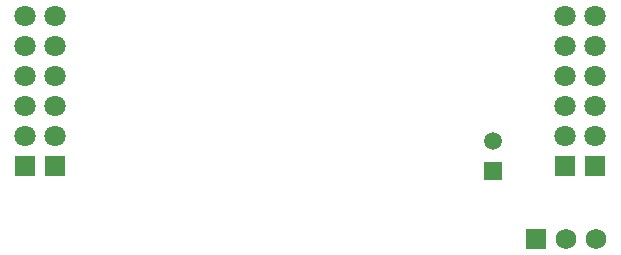
<source format=gbs>
G04*
G04 #@! TF.GenerationSoftware,Altium Limited,Altium Designer,19.0.15 (446)*
G04*
G04 Layer_Color=16711935*
%FSLAX25Y25*%
%MOIN*%
G70*
G01*
G75*
%ADD65R,0.06902X0.06902*%
%ADD66C,0.06902*%
%ADD67C,0.07099*%
%ADD68R,0.07099X0.07099*%
%ADD69R,0.05918X0.05918*%
%ADD70C,0.05918*%
D65*
X280157Y155905D02*
D03*
D66*
X290158D02*
D03*
X300157D02*
D03*
D67*
X120000Y220000D02*
D03*
Y210000D02*
D03*
Y200000D02*
D03*
Y190000D02*
D03*
Y230000D02*
D03*
X110000Y220000D02*
D03*
Y210000D02*
D03*
Y200000D02*
D03*
Y190000D02*
D03*
Y230000D02*
D03*
X300000Y220000D02*
D03*
Y210000D02*
D03*
Y200000D02*
D03*
Y190000D02*
D03*
Y230000D02*
D03*
X290000Y220000D02*
D03*
Y210000D02*
D03*
Y200000D02*
D03*
Y190000D02*
D03*
Y230000D02*
D03*
D68*
X120000Y180000D02*
D03*
X110000D02*
D03*
X300000D02*
D03*
X290000D02*
D03*
D69*
X265748Y178543D02*
D03*
D70*
Y188386D02*
D03*
M02*

</source>
